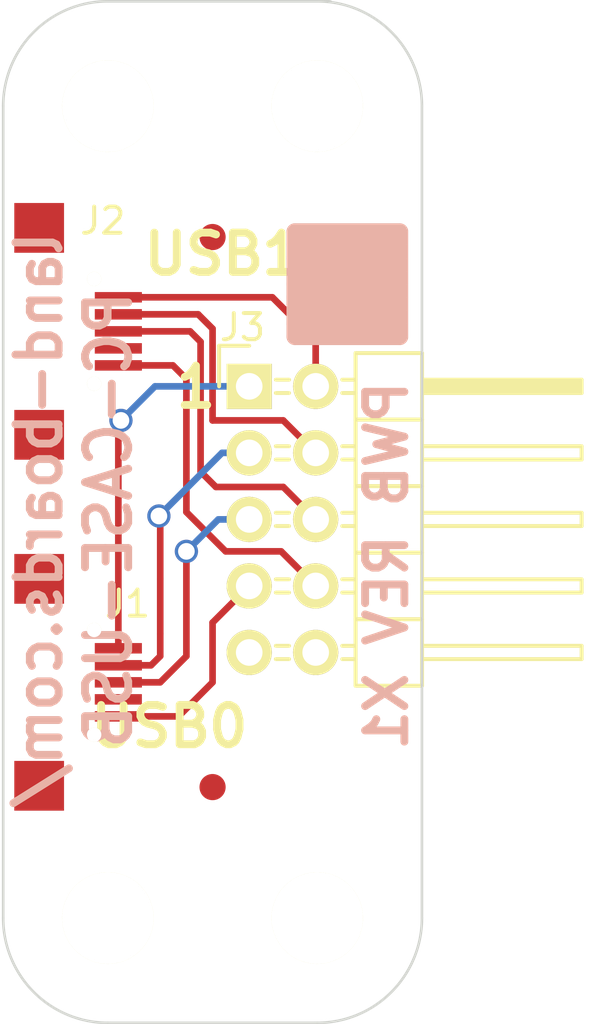
<source format=kicad_pcb>
(kicad_pcb (version 4) (host pcbnew "(after 2015-mar-04 BZR unknown)-product")

  (general
    (links 8)
    (no_connects 0)
    (area -6.827428 -1.806 23.006001 40.656)
    (thickness 1.6)
    (drawings 13)
    (tracks 45)
    (zones 0)
    (modules 10)
    (nets 9)
  )

  (page A)
  (title_block
    (title RasPi-GVS-Plus-CFG)
    (rev X1)
    (company land-boards.com)
  )

  (layers
    (0 F.Cu signal)
    (31 B.Cu signal)
    (36 B.SilkS user)
    (37 F.SilkS user hide)
    (38 B.Mask user)
    (39 F.Mask user)
    (40 Dwgs.User user)
    (41 Cmts.User user)
    (44 Edge.Cuts user)
  )

  (setup
    (last_trace_width 0.254)
    (user_trace_width 0.2032)
    (user_trace_width 0.635)
    (trace_clearance 0.2032)
    (zone_clearance 0.254)
    (zone_45_only no)
    (trace_min 0.2032)
    (segment_width 0.2)
    (edge_width 0.1)
    (via_size 0.889)
    (via_drill 0.635)
    (via_min_size 0.889)
    (via_min_drill 0.508)
    (uvia_size 0.508)
    (uvia_drill 0.127)
    (uvias_allowed no)
    (uvia_min_size 0.508)
    (uvia_min_drill 0.127)
    (pcb_text_width 0.3)
    (pcb_text_size 1.5 1.5)
    (mod_edge_width 0.15)
    (mod_text_size 1.27 1.27)
    (mod_text_width 0.254)
    (pad_size 4.2418 4.2418)
    (pad_drill 2.49936)
    (pad_to_mask_clearance 0)
    (aux_axis_origin 0 0)
    (visible_elements 7FFFFF7F)
    (pcbplotparams
      (layerselection 0x010f0_80000001)
      (usegerberextensions false)
      (excludeedgelayer true)
      (linewidth 0.150000)
      (plotframeref false)
      (viasonmask false)
      (mode 1)
      (useauxorigin false)
      (hpglpennumber 1)
      (hpglpenspeed 20)
      (hpglpendiameter 15)
      (hpglpenoverlay 2)
      (psnegative false)
      (psa4output false)
      (plotreference true)
      (plotvalue true)
      (plotinvisibletext false)
      (padsonsilk false)
      (subtractmaskfromsilk false)
      (outputformat 1)
      (mirror false)
      (drillshape 0)
      (scaleselection 1)
      (outputdirectory plots/))
  )

  (net 0 "")
  (net 1 "Net-(J1-Pad1)")
  (net 2 "Net-(J1-Pad2)")
  (net 3 "Net-(J1-Pad3)")
  (net 4 "Net-(J1-Pad5)")
  (net 5 "Net-(J2-Pad1)")
  (net 6 "Net-(J2-Pad2)")
  (net 7 "Net-(J2-Pad3)")
  (net 8 "Net-(J2-Pad5)")

  (net_class Default "This is the default net class."
    (clearance 0.2032)
    (trace_width 0.254)
    (via_dia 0.889)
    (via_drill 0.635)
    (uvia_dia 0.508)
    (uvia_drill 0.127)
    (add_net "Net-(J1-Pad1)")
    (add_net "Net-(J1-Pad2)")
    (add_net "Net-(J1-Pad3)")
    (add_net "Net-(J1-Pad5)")
    (add_net "Net-(J2-Pad1)")
    (add_net "Net-(J2-Pad2)")
    (add_net "Net-(J2-Pad3)")
    (add_net "Net-(J2-Pad5)")
  )

  (net_class POWER025 ""
    (clearance 0.381)
    (trace_width 0.635)
    (via_dia 0.889)
    (via_drill 0.635)
    (uvia_dia 0.508)
    (uvia_drill 0.127)
  )

  (module FIDUCIAL (layer F.Cu) (tedit 518BF783) (tstamp 53F20D67)
    (at 8 9)
    (path /53F2073B)
    (fp_text reference FID1 (at 0 2.3495) (layer F.SilkS) hide
      (effects (font (size 1.27 1.27) (thickness 0.254)))
    )
    (fp_text value CONN_1 (at 0.127 -2.794) (layer F.SilkS) hide
      (effects (font (size 1.016 1.016) (thickness 0.2032)))
    )
    (pad 1 smd circle (at 0 0) (size 1 1) (layers F.Cu F.Mask)
      (solder_mask_margin 1) (clearance 1))
  )

  (module DougsNewMods:USB_Micro-B-Wellco-SMT (layer F.Cu) (tedit 57727A25) (tstamp 5626955B)
    (at 4 26 270)
    (descr "Micro USB Type B Receptacle")
    (tags "USB USB_B USB_micro USB_OTG")
    (path /562660F8)
    (attr smd)
    (fp_text reference J1 (at -3 -0.75 360) (layer F.SilkS)
      (effects (font (size 1 1) (thickness 0.15)))
    )
    (fp_text value USB-MICRO-B (at 0 4.8 270) (layer Dwgs.User) hide
      (effects (font (size 1 1) (thickness 0.15)))
    )
    (pad 1 smd rect (at -1.3 -0.4 270) (size 0.4 1.8) (layers F.Cu F.Mask)
      (net 1 "Net-(J1-Pad1)"))
    (pad 2 smd rect (at -0.65 -0.4 270) (size 0.4 1.8) (layers F.Cu F.Mask)
      (net 2 "Net-(J1-Pad2)"))
    (pad 3 smd rect (at 0 -0.4 270) (size 0.4 1.8) (layers F.Cu F.Mask)
      (net 3 "Net-(J1-Pad3)"))
    (pad 4 smd rect (at 0.65 -0.4 270) (size 0.4 1.8) (layers F.Cu F.Mask))
    (pad 5 smd rect (at 1.3 -0.4 270) (size 0.4 1.8) (layers F.Cu F.Mask)
      (net 4 "Net-(J1-Pad5)"))
    (pad "" np_thru_hole circle (at -2 0.525) (size 0.55 0.55) (drill 0.55) (layers *.Cu *.Mask F.SilkS))
    (pad "" np_thru_hole circle (at 2 0.525) (size 0.55 0.55) (drill oval 0.55) (layers *.Cu *.Mask F.SilkS))
    (pad 7 smd rect (at -3.95 2.625) (size 1.9 1.9) (layers F.Cu F.Mask))
    (pad 6 smd rect (at 3.95 2.625) (size 1.9 1.9) (layers F.Cu F.Mask))
  )

  (module REV_BLOCK (layer B.Cu) (tedit 57728396) (tstamp 577275E6)
    (at 13.15 10.8)
    (path /53B1CE77)
    (fp_text reference TEST (at 0.1 -3.9) (layer B.SilkS) hide
      (effects (font (thickness 0.3048)) (justify mirror))
    )
    (fp_text value COUPON (at 0 -4) (layer B.SilkS) hide
      (effects (font (thickness 0.3048)) (justify mirror))
    )
    (fp_line (start 2 2) (end 2 -2) (layer B.SilkS) (width 0.65))
    (fp_line (start 2 -2) (end -2 -2) (layer B.SilkS) (width 0.65))
    (fp_line (start -2 -2) (end -2 2) (layer B.SilkS) (width 0.65))
    (fp_line (start -2 -2) (end 2 -2) (layer B.SilkS) (width 0.65))
    (fp_line (start -2 -1.5) (end 2 -1.5) (layer B.SilkS) (width 0.65))
    (fp_line (start -2 -1) (end 2 -1) (layer B.SilkS) (width 0.65))
    (fp_line (start -2 -0.5) (end 2 -0.5) (layer B.SilkS) (width 0.65))
    (fp_line (start -2 0) (end 2 0) (layer B.SilkS) (width 0.65))
    (fp_line (start -2 0.5) (end 2 0.5) (layer B.SilkS) (width 0.65))
    (fp_line (start -2 1) (end 2 1) (layer B.SilkS) (width 0.65))
    (fp_line (start -2 2) (end 2 2) (layer B.SilkS) (width 0.65))
    (fp_line (start -2 1.5) (end 2 1.5) (layer B.SilkS) (width 0.65))
    (fp_line (start -2 2) (end 2 2) (layer B.SilkS) (width 0.15))
    (fp_line (start 2 2) (end 2 -2) (layer B.SilkS) (width 0.15))
    (fp_line (start 2 -2) (end -2 -2) (layer B.SilkS) (width 0.15))
    (fp_line (start -2 -2) (end -2 2) (layer B.SilkS) (width 0.15))
  )

  (module Pin_Headers:Pin_Header_Angled_2x05 (layer F.Cu) (tedit 57727A32) (tstamp 57727636)
    (at 9.4 14.7)
    (descr "Through hole pin header")
    (tags "pin header")
    (path /577278D6)
    (fp_text reference J3 (at -0.256 -2.254) (layer F.SilkS)
      (effects (font (size 1 1) (thickness 0.15)))
    )
    (fp_text value CONN_01X10 (at 0 -3.1) (layer F.SilkS) hide
      (effects (font (size 1 1) (thickness 0.15)))
    )
    (fp_line (start -1.35 -1.75) (end -1.35 11.95) (layer F.CrtYd) (width 0.05))
    (fp_line (start 13.2 -1.75) (end 13.2 11.95) (layer F.CrtYd) (width 0.05))
    (fp_line (start -1.35 -1.75) (end 13.2 -1.75) (layer F.CrtYd) (width 0.05))
    (fp_line (start -1.35 11.95) (end 13.2 11.95) (layer F.CrtYd) (width 0.05))
    (fp_line (start 1.524 10.414) (end 1.016 10.414) (layer F.SilkS) (width 0.15))
    (fp_line (start 1.524 9.906) (end 1.016 9.906) (layer F.SilkS) (width 0.15))
    (fp_line (start 1.524 7.874) (end 1.016 7.874) (layer F.SilkS) (width 0.15))
    (fp_line (start 1.524 7.366) (end 1.016 7.366) (layer F.SilkS) (width 0.15))
    (fp_line (start 1.524 -0.254) (end 1.016 -0.254) (layer F.SilkS) (width 0.15))
    (fp_line (start 1.524 0.254) (end 1.016 0.254) (layer F.SilkS) (width 0.15))
    (fp_line (start 1.524 5.334) (end 1.016 5.334) (layer F.SilkS) (width 0.15))
    (fp_line (start 1.524 4.826) (end 1.016 4.826) (layer F.SilkS) (width 0.15))
    (fp_line (start 1.524 2.794) (end 1.016 2.794) (layer F.SilkS) (width 0.15))
    (fp_line (start 1.524 2.286) (end 1.016 2.286) (layer F.SilkS) (width 0.15))
    (fp_line (start 4.064 10.414) (end 3.556 10.414) (layer F.SilkS) (width 0.15))
    (fp_line (start 4.064 9.906) (end 3.556 9.906) (layer F.SilkS) (width 0.15))
    (fp_line (start 4.064 -0.254) (end 3.556 -0.254) (layer F.SilkS) (width 0.15))
    (fp_line (start 4.064 0.254) (end 3.556 0.254) (layer F.SilkS) (width 0.15))
    (fp_line (start 4.064 2.286) (end 3.556 2.286) (layer F.SilkS) (width 0.15))
    (fp_line (start 4.064 2.794) (end 3.556 2.794) (layer F.SilkS) (width 0.15))
    (fp_line (start 4.064 7.874) (end 3.556 7.874) (layer F.SilkS) (width 0.15))
    (fp_line (start 4.064 7.366) (end 3.556 7.366) (layer F.SilkS) (width 0.15))
    (fp_line (start 4.064 5.334) (end 3.556 5.334) (layer F.SilkS) (width 0.15))
    (fp_line (start 4.064 4.826) (end 3.556 4.826) (layer F.SilkS) (width 0.15))
    (fp_line (start 0 -1.55) (end -1.15 -1.55) (layer F.SilkS) (width 0.15))
    (fp_line (start -1.15 -1.55) (end -1.15 0) (layer F.SilkS) (width 0.15))
    (fp_line (start 6.604 -0.127) (end 12.573 -0.127) (layer F.SilkS) (width 0.15))
    (fp_line (start 12.573 -0.127) (end 12.573 0.127) (layer F.SilkS) (width 0.15))
    (fp_line (start 12.573 0.127) (end 6.731 0.127) (layer F.SilkS) (width 0.15))
    (fp_line (start 6.731 0.127) (end 6.731 0) (layer F.SilkS) (width 0.15))
    (fp_line (start 6.731 0) (end 12.573 0) (layer F.SilkS) (width 0.15))
    (fp_line (start 4.064 8.89) (end 6.604 8.89) (layer F.SilkS) (width 0.15))
    (fp_line (start 4.064 8.89) (end 4.064 11.43) (layer F.SilkS) (width 0.15))
    (fp_line (start 6.604 9.906) (end 12.7 9.906) (layer F.SilkS) (width 0.15))
    (fp_line (start 12.7 9.906) (end 12.7 10.414) (layer F.SilkS) (width 0.15))
    (fp_line (start 12.7 10.414) (end 6.604 10.414) (layer F.SilkS) (width 0.15))
    (fp_line (start 6.604 11.43) (end 6.604 8.89) (layer F.SilkS) (width 0.15))
    (fp_line (start 4.064 11.43) (end 6.604 11.43) (layer F.SilkS) (width 0.15))
    (fp_line (start 4.064 3.81) (end 6.604 3.81) (layer F.SilkS) (width 0.15))
    (fp_line (start 4.064 3.81) (end 4.064 6.35) (layer F.SilkS) (width 0.15))
    (fp_line (start 4.064 6.35) (end 6.604 6.35) (layer F.SilkS) (width 0.15))
    (fp_line (start 6.604 4.826) (end 12.7 4.826) (layer F.SilkS) (width 0.15))
    (fp_line (start 12.7 4.826) (end 12.7 5.334) (layer F.SilkS) (width 0.15))
    (fp_line (start 12.7 5.334) (end 6.604 5.334) (layer F.SilkS) (width 0.15))
    (fp_line (start 6.604 6.35) (end 6.604 3.81) (layer F.SilkS) (width 0.15))
    (fp_line (start 6.604 8.89) (end 6.604 6.35) (layer F.SilkS) (width 0.15))
    (fp_line (start 12.7 7.874) (end 6.604 7.874) (layer F.SilkS) (width 0.15))
    (fp_line (start 12.7 7.366) (end 12.7 7.874) (layer F.SilkS) (width 0.15))
    (fp_line (start 6.604 7.366) (end 12.7 7.366) (layer F.SilkS) (width 0.15))
    (fp_line (start 4.064 8.89) (end 6.604 8.89) (layer F.SilkS) (width 0.15))
    (fp_line (start 4.064 6.35) (end 4.064 8.89) (layer F.SilkS) (width 0.15))
    (fp_line (start 4.064 6.35) (end 6.604 6.35) (layer F.SilkS) (width 0.15))
    (fp_line (start 4.064 1.27) (end 6.604 1.27) (layer F.SilkS) (width 0.15))
    (fp_line (start 4.064 1.27) (end 4.064 3.81) (layer F.SilkS) (width 0.15))
    (fp_line (start 4.064 3.81) (end 6.604 3.81) (layer F.SilkS) (width 0.15))
    (fp_line (start 6.604 2.286) (end 12.7 2.286) (layer F.SilkS) (width 0.15))
    (fp_line (start 12.7 2.286) (end 12.7 2.794) (layer F.SilkS) (width 0.15))
    (fp_line (start 12.7 2.794) (end 6.604 2.794) (layer F.SilkS) (width 0.15))
    (fp_line (start 6.604 3.81) (end 6.604 1.27) (layer F.SilkS) (width 0.15))
    (fp_line (start 6.604 1.27) (end 6.604 -1.27) (layer F.SilkS) (width 0.15))
    (fp_line (start 12.7 0.254) (end 6.604 0.254) (layer F.SilkS) (width 0.15))
    (fp_line (start 12.7 -0.254) (end 12.7 0.254) (layer F.SilkS) (width 0.15))
    (fp_line (start 6.604 -0.254) (end 12.7 -0.254) (layer F.SilkS) (width 0.15))
    (fp_line (start 4.064 1.27) (end 6.604 1.27) (layer F.SilkS) (width 0.15))
    (fp_line (start 4.064 -1.27) (end 4.064 1.27) (layer F.SilkS) (width 0.15))
    (fp_line (start 4.064 -1.27) (end 6.604 -1.27) (layer F.SilkS) (width 0.15))
    (pad 1 thru_hole rect (at 0 0) (size 1.7272 1.7272) (drill 1.016) (layers *.Cu *.Mask F.SilkS)
      (net 1 "Net-(J1-Pad1)"))
    (pad 2 thru_hole oval (at 2.54 0) (size 1.7272 1.7272) (drill 1.016) (layers *.Cu *.Mask F.SilkS)
      (net 5 "Net-(J2-Pad1)"))
    (pad 3 thru_hole oval (at 0 2.54) (size 1.7272 1.7272) (drill 1.016) (layers *.Cu *.Mask F.SilkS)
      (net 2 "Net-(J1-Pad2)"))
    (pad 4 thru_hole oval (at 2.54 2.54) (size 1.7272 1.7272) (drill 1.016) (layers *.Cu *.Mask F.SilkS)
      (net 6 "Net-(J2-Pad2)"))
    (pad 5 thru_hole oval (at 0 5.08) (size 1.7272 1.7272) (drill 1.016) (layers *.Cu *.Mask F.SilkS)
      (net 3 "Net-(J1-Pad3)"))
    (pad 6 thru_hole oval (at 2.54 5.08) (size 1.7272 1.7272) (drill 1.016) (layers *.Cu *.Mask F.SilkS)
      (net 7 "Net-(J2-Pad3)"))
    (pad 7 thru_hole oval (at 0 7.62) (size 1.7272 1.7272) (drill 1.016) (layers *.Cu *.Mask F.SilkS)
      (net 4 "Net-(J1-Pad5)"))
    (pad 8 thru_hole oval (at 2.54 7.62) (size 1.7272 1.7272) (drill 1.016) (layers *.Cu *.Mask F.SilkS)
      (net 8 "Net-(J2-Pad5)"))
    (pad 9 thru_hole oval (at 0 10.16) (size 1.7272 1.7272) (drill 1.016) (layers *.Cu *.Mask F.SilkS))
    (pad 10 thru_hole oval (at 2.54 10.16) (size 1.7272 1.7272) (drill 1.016) (layers *.Cu *.Mask F.SilkS))
    (model Pin_Headers.3dshapes/Pin_Header_Angled_2x05.wrl
      (at (xyz 0.05 -0.2 0))
      (scale (xyz 1 1 1))
      (rotate (xyz 0 0 90))
    )
  )

  (module DougsNewMods:USB_Micro-B-Wellco-SMT (layer F.Cu) (tedit 57727A1E) (tstamp 57727673)
    (at 4 12.6 270)
    (descr "Micro USB Type B Receptacle")
    (tags "USB USB_B USB_micro USB_OTG")
    (path /5772772E)
    (clearance 0.2032)
    (attr smd)
    (fp_text reference J2 (at -4.218 0.19 360) (layer F.SilkS)
      (effects (font (size 1 1) (thickness 0.15)))
    )
    (fp_text value USB-MICRO-B (at 0 4.8 270) (layer Dwgs.User) hide
      (effects (font (size 1 1) (thickness 0.15)))
    )
    (pad 1 smd rect (at -1.3 -0.4 270) (size 0.4 1.8) (layers F.Cu F.Mask)
      (net 5 "Net-(J2-Pad1)"))
    (pad 2 smd rect (at -0.65 -0.4 270) (size 0.4 1.8) (layers F.Cu F.Mask)
      (net 6 "Net-(J2-Pad2)"))
    (pad 3 smd rect (at 0 -0.4 270) (size 0.4 1.8) (layers F.Cu F.Mask)
      (net 7 "Net-(J2-Pad3)"))
    (pad 4 smd rect (at 0.65 -0.4 270) (size 0.4 1.8) (layers F.Cu F.Mask))
    (pad 5 smd rect (at 1.3 -0.4 270) (size 0.4 1.8) (layers F.Cu F.Mask)
      (net 8 "Net-(J2-Pad5)"))
    (pad "" np_thru_hole circle (at -2 0.525) (size 0.55 0.55) (drill 0.55) (layers *.Cu *.Mask F.SilkS))
    (pad "" np_thru_hole circle (at 2 0.525) (size 0.55 0.55) (drill oval 0.55) (layers *.Cu *.Mask F.SilkS))
    (pad 7 smd rect (at -3.95 2.625) (size 1.9 1.9) (layers F.Cu F.Mask))
    (pad 6 smd rect (at 3.95 2.625) (size 1.9 1.9) (layers F.Cu F.Mask))
  )

  (module FIDUCIAL (layer F.Cu) (tedit 518BF783) (tstamp 57727737)
    (at 8 30)
    (path /53F2074A)
    (fp_text reference FID2 (at 0 2.3495) (layer F.SilkS) hide
      (effects (font (size 1.016 1.016) (thickness 0.2032)))
    )
    (fp_text value CONN_1 (at 0.127 -2.794) (layer F.SilkS) hide
      (effects (font (size 1.016 1.016) (thickness 0.2032)))
    )
    (pad 1 smd circle (at 0 0) (size 1 1) (layers F.Cu F.Mask)
      (solder_mask_margin 1) (clearance 1))
  )

  (module Mounting_Holes:MountingHole_3.5mm (layer F.Cu) (tedit 577278D2) (tstamp 57727904)
    (at 4 4)
    (descr "Mounting Hole 3.5mm, no annular")
    (tags "mounting hole 3.5mm no annular")
    (path /57728113)
    (fp_text reference MTG1 (at 0 -4.5) (layer F.SilkS) hide
      (effects (font (size 1 1) (thickness 0.15)))
    )
    (fp_text value CONN_1 (at 0 4.5) (layer F.SilkS) hide
      (effects (font (size 1 1) (thickness 0.15)))
    )
    (fp_circle (center 0 0) (end 3.5 0) (layer Cmts.User) (width 0.15))
    (fp_circle (center 0 0) (end 3.75 0) (layer F.CrtYd) (width 0.05))
    (pad 1 np_thru_hole circle (at 0 0) (size 3.5 3.5) (drill 3.5) (layers *.Cu *.Mask F.SilkS))
  )

  (module Mounting_Holes:MountingHole_3.5mm (layer F.Cu) (tedit 577278F8) (tstamp 5772790B)
    (at 12 4)
    (descr "Mounting Hole 3.5mm, no annular")
    (tags "mounting hole 3.5mm no annular")
    (path /5772810C)
    (fp_text reference MTG2 (at 0 -4.5) (layer F.SilkS) hide
      (effects (font (size 1 1) (thickness 0.15)))
    )
    (fp_text value CONN_1 (at 0 4.5) (layer F.SilkS) hide
      (effects (font (size 1 1) (thickness 0.15)))
    )
    (fp_circle (center 0 0) (end 3.5 0) (layer Cmts.User) (width 0.15))
    (fp_circle (center 0 0) (end 3.75 0) (layer F.CrtYd) (width 0.05))
    (pad 1 np_thru_hole circle (at 0 0) (size 3.5 3.5) (drill 3.5) (layers *.Cu *.Mask F.SilkS))
  )

  (module Mounting_Holes:MountingHole_3.5mm (layer F.Cu) (tedit 577278E8) (tstamp 57727912)
    (at 4 35)
    (descr "Mounting Hole 3.5mm, no annular")
    (tags "mounting hole 3.5mm no annular")
    (path /577280DB)
    (fp_text reference MTG3 (at 0 -4.5) (layer F.SilkS) hide
      (effects (font (size 1 1) (thickness 0.15)))
    )
    (fp_text value CONN_1 (at 0 4.5) (layer F.SilkS) hide
      (effects (font (size 1 1) (thickness 0.15)))
    )
    (fp_circle (center 0 0) (end 3.5 0) (layer Cmts.User) (width 0.15))
    (fp_circle (center 0 0) (end 3.75 0) (layer F.CrtYd) (width 0.05))
    (pad 1 np_thru_hole circle (at 0 0) (size 3.5 3.5) (drill 3.5) (layers *.Cu *.Mask F.SilkS))
  )

  (module Mounting_Holes:MountingHole_3.5mm (layer F.Cu) (tedit 577278EC) (tstamp 57727919)
    (at 12 35)
    (descr "Mounting Hole 3.5mm, no annular")
    (tags "mounting hole 3.5mm no annular")
    (path /57727FF9)
    (fp_text reference MTG4 (at 0 -4.5) (layer F.SilkS) hide
      (effects (font (size 1 1) (thickness 0.15)))
    )
    (fp_text value CONN_1 (at 0 4.5) (layer F.SilkS) hide
      (effects (font (size 1 1) (thickness 0.15)))
    )
    (fp_circle (center 0 0) (end 3.5 0) (layer Cmts.User) (width 0.15))
    (fp_circle (center 0 0) (end 3.75 0) (layer F.CrtYd) (width 0.05))
    (pad 1 np_thru_hole circle (at 0 0) (size 3.5 3.5) (drill 3.5) (layers *.Cu *.Mask F.SilkS))
  )

  (gr_line (start 4 39) (end 12 39) (angle 90) (layer Edge.Cuts) (width 0.1))
  (gr_line (start 4 0) (end 12.5 0) (angle 90) (layer Edge.Cuts) (width 0.1))
  (gr_line (start 16 4) (end 16 35) (angle 90) (layer Edge.Cuts) (width 0.1))
  (gr_line (start 0 35) (end 0 4) (angle 90) (layer Edge.Cuts) (width 0.1))
  (gr_arc (start 4 35) (end 4 39) (angle 90) (layer Edge.Cuts) (width 0.1))
  (gr_arc (start 12 35) (end 16 35) (angle 90) (layer Edge.Cuts) (width 0.1))
  (gr_arc (start 12 4) (end 12 0) (angle 90) (layer Edge.Cuts) (width 0.1))
  (gr_arc (start 4 4) (end 0 4) (angle 90) (layer Edge.Cuts) (width 0.1))
  (gr_text 1 (at 7.366 14.732) (layer F.SilkS)
    (effects (font (size 1.5 1.5) (thickness 0.3)))
  )
  (gr_text USB1 (at 8.382 9.652) (layer F.SilkS)
    (effects (font (size 1.5 1.5) (thickness 0.3)))
  )
  (gr_text USB0 (at 6.35 27.686) (layer F.SilkS)
    (effects (font (size 1.5 1.5) (thickness 0.3)))
  )
  (gr_text "PWB REV X1" (at 14.65 21.55 90) (layer B.SilkS)
    (effects (font (size 1.5 1.5) (thickness 0.3)) (justify mirror))
  )
  (gr_text "land-boards.com/\nPC-CASE-USB" (at 2.7 19.8 90) (layer B.SilkS)
    (effects (font (size 1.651 1.55) (thickness 0.3)) (justify mirror))
  )

  (segment (start 4.4 16.1) (end 4.5 16) (width 0.254) (layer F.Cu) (net 1) (tstamp 57727EF1))
  (via (at 4.5 16) (size 0.889) (layers F.Cu B.Cu) (net 1))
  (segment (start 4.5 16) (end 5.8 14.7) (width 0.254) (layer B.Cu) (net 1) (tstamp 57727EF7))
  (segment (start 5.8 14.7) (end 9.4 14.7) (width 0.254) (layer B.Cu) (net 1) (tstamp 57727EF8))
  (segment (start 4.4 24.7) (end 4.4 16.1) (width 0.254) (layer F.Cu) (net 1))
  (segment (start 6 22.05) (end 6 19.7) (width 0.254) (layer F.Cu) (net 2))
  (segment (start 8.36 17.24) (end 9.4 17.24) (width 0.254) (layer B.Cu) (net 2) (tstamp 577283F2) (status 800000))
  (segment (start 5.95 19.65) (end 8.36 17.24) (width 0.254) (layer B.Cu) (net 2) (tstamp 577283F1))
  (via (at 5.95 19.65) (size 0.889) (layers F.Cu B.Cu) (net 2))
  (segment (start 6 19.7) (end 5.95 19.65) (width 0.254) (layer F.Cu) (net 2) (tstamp 577283EF))
  (segment (start 6 24.15) (end 6 22.05) (width 0.254) (layer F.Cu) (net 2))
  (segment (start 5.65 25.35) (end 6 25) (width 0.254) (layer F.Cu) (net 2) (tstamp 57727F86))
  (segment (start 6 25) (end 6 24.15) (width 0.254) (layer F.Cu) (net 2) (tstamp 57727F88))
  (segment (start 4.4 25.35) (end 5.65 25.35) (width 0.254) (layer F.Cu) (net 2))
  (segment (start 6 26) (end 7 25) (width 0.254) (layer F.Cu) (net 3) (tstamp 57727F9C))
  (segment (start 7 25) (end 7 21) (width 0.254) (layer F.Cu) (net 3) (tstamp 57727F9E))
  (via (at 7 21) (size 0.889) (layers F.Cu B.Cu) (net 3))
  (segment (start 7 21) (end 8.22 19.78) (width 0.254) (layer B.Cu) (net 3) (tstamp 57727FA3))
  (segment (start 8.22 19.78) (end 9.4 19.78) (width 0.254) (layer B.Cu) (net 3) (tstamp 57727FA4))
  (segment (start 4.4 26) (end 6 26) (width 0.254) (layer F.Cu) (net 3))
  (segment (start 6.7 27.3) (end 8 26) (width 0.254) (layer F.Cu) (net 4) (tstamp 57727FAD))
  (segment (start 8 26) (end 8 23.72) (width 0.254) (layer F.Cu) (net 4) (tstamp 57727FAF))
  (segment (start 8 23.72) (end 9.4 22.32) (width 0.254) (layer F.Cu) (net 4) (tstamp 57727FB3))
  (segment (start 4.4 27.3) (end 6.7 27.3) (width 0.254) (layer F.Cu) (net 4))
  (segment (start 10.284 11.3) (end 11.94 12.956) (width 0.254) (layer F.Cu) (net 5) (tstamp 57727AF0))
  (segment (start 11.94 12.956) (end 11.94 14.7) (width 0.254) (layer F.Cu) (net 5) (tstamp 57727AF2))
  (segment (start 4.4 11.3) (end 10.284 11.3) (width 0.254) (layer F.Cu) (net 5))
  (segment (start 7.45 11.95) (end 8 12.5) (width 0.254) (layer F.Cu) (net 6) (tstamp 57727F50))
  (segment (start 8 12.5) (end 8 16.002) (width 0.254) (layer F.Cu) (net 6) (tstamp 57727F52))
  (segment (start 8 16.002) (end 8.002 16) (width 0.254) (layer F.Cu) (net 6) (tstamp 57727F53))
  (segment (start 8.002 16) (end 10.7 16) (width 0.254) (layer F.Cu) (net 6) (tstamp 57727F56))
  (segment (start 10.7 16) (end 11.94 17.24) (width 0.254) (layer F.Cu) (net 6) (tstamp 57727F5A))
  (segment (start 4.4 11.95) (end 7.45 11.95) (width 0.254) (layer F.Cu) (net 6))
  (segment (start 8.128 18.542) (end 10.702 18.542) (width 0.254) (layer F.Cu) (net 7) (tstamp 57727B00))
  (segment (start 10.702 18.542) (end 11.94 19.78) (width 0.254) (layer F.Cu) (net 7) (tstamp 57727B02))
  (segment (start 7.142798 12.6) (end 7.542798 13) (width 0.254) (layer F.Cu) (net 7) (tstamp 57727F5F))
  (segment (start 7.542798 13) (end 7.542798 17.956798) (width 0.254) (layer F.Cu) (net 7) (tstamp 57727F61))
  (segment (start 7.542798 17.956798) (end 8.128 18.542) (width 0.254) (layer F.Cu) (net 7) (tstamp 57727F62))
  (segment (start 4.4 12.6) (end 7.142798 12.6) (width 0.254) (layer F.Cu) (net 7))
  (segment (start 8.5 21) (end 10.62 21) (width 0.254) (layer F.Cu) (net 8) (tstamp 57727F75))
  (segment (start 10.62 21) (end 11.94 22.32) (width 0.254) (layer F.Cu) (net 8) (tstamp 57727EE6))
  (segment (start 6.485596 13.9) (end 7 14.414404) (width 0.254) (layer F.Cu) (net 8) (tstamp 57727F6A))
  (segment (start 7 14.414404) (end 7 19.5) (width 0.254) (layer F.Cu) (net 8) (tstamp 57727F6E))
  (segment (start 7 19.5) (end 8.5 21) (width 0.254) (layer F.Cu) (net 8) (tstamp 57727F70))
  (segment (start 4.4 13.9) (end 6.485596 13.9) (width 0.254) (layer F.Cu) (net 8))

)

</source>
